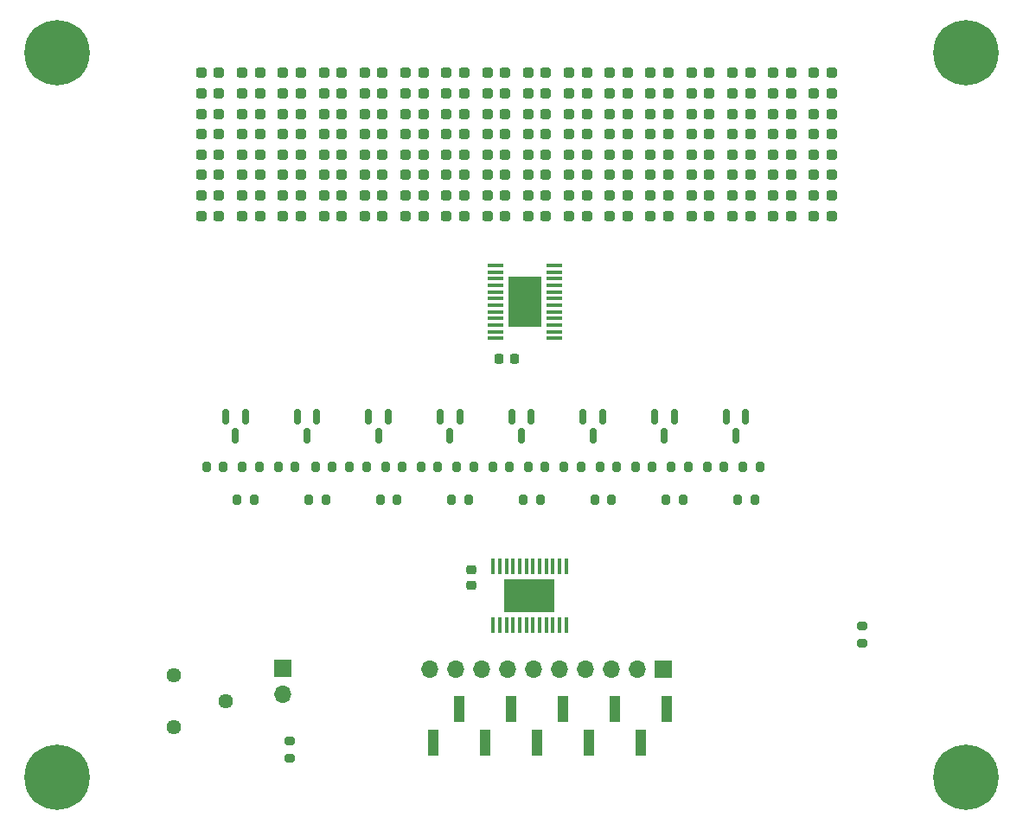
<source format=gbr>
%TF.GenerationSoftware,KiCad,Pcbnew,8.0.6*%
%TF.CreationDate,2024-11-26T09:23:39+00:00*%
%TF.ProjectId,stp16cp05_led_matrix_8x16_breakout_m0805,73747031-3663-4703-9035-5f6c65645f6d,v03*%
%TF.SameCoordinates,Original*%
%TF.FileFunction,Soldermask,Top*%
%TF.FilePolarity,Negative*%
%FSLAX46Y46*%
G04 Gerber Fmt 4.6, Leading zero omitted, Abs format (unit mm)*
G04 Created by KiCad (PCBNEW 8.0.6) date 2024-11-26 09:23:39*
%MOMM*%
%LPD*%
G01*
G04 APERTURE LIST*
G04 Aperture macros list*
%AMRoundRect*
0 Rectangle with rounded corners*
0 $1 Rounding radius*
0 $2 $3 $4 $5 $6 $7 $8 $9 X,Y pos of 4 corners*
0 Add a 4 corners polygon primitive as box body*
4,1,4,$2,$3,$4,$5,$6,$7,$8,$9,$2,$3,0*
0 Add four circle primitives for the rounded corners*
1,1,$1+$1,$2,$3*
1,1,$1+$1,$4,$5*
1,1,$1+$1,$6,$7*
1,1,$1+$1,$8,$9*
0 Add four rect primitives between the rounded corners*
20,1,$1+$1,$2,$3,$4,$5,0*
20,1,$1+$1,$4,$5,$6,$7,0*
20,1,$1+$1,$6,$7,$8,$9,0*
20,1,$1+$1,$8,$9,$2,$3,0*%
G04 Aperture macros list end*
%ADD10RoundRect,0.237500X0.287500X0.237500X-0.287500X0.237500X-0.287500X-0.237500X0.287500X-0.237500X0*%
%ADD11RoundRect,0.150000X-0.150000X0.587500X-0.150000X-0.587500X0.150000X-0.587500X0.150000X0.587500X0*%
%ADD12RoundRect,0.200000X-0.275000X0.200000X-0.275000X-0.200000X0.275000X-0.200000X0.275000X0.200000X0*%
%ADD13R,1.000000X2.510000*%
%ADD14RoundRect,0.200000X0.200000X0.275000X-0.200000X0.275000X-0.200000X-0.275000X0.200000X-0.275000X0*%
%ADD15C,6.400000*%
%ADD16RoundRect,0.200000X-0.200000X-0.275000X0.200000X-0.275000X0.200000X0.275000X-0.200000X0.275000X0*%
%ADD17RoundRect,0.100000X0.675000X0.100000X-0.675000X0.100000X-0.675000X-0.100000X0.675000X-0.100000X0*%
%ADD18R,3.200000X5.000000*%
%ADD19R,1.700000X1.700000*%
%ADD20O,1.700000X1.700000*%
%ADD21RoundRect,0.200000X0.275000X-0.200000X0.275000X0.200000X-0.275000X0.200000X-0.275000X-0.200000X0*%
%ADD22RoundRect,0.100000X0.100000X-0.675000X0.100000X0.675000X-0.100000X0.675000X-0.100000X-0.675000X0*%
%ADD23R,5.000000X3.200000*%
%ADD24C,1.440000*%
%ADD25RoundRect,0.225000X-0.250000X0.225000X-0.250000X-0.225000X0.250000X-0.225000X0.250000X0.225000X0*%
%ADD26RoundRect,0.225000X0.225000X0.250000X-0.225000X0.250000X-0.225000X-0.250000X0.225000X-0.250000X0*%
G04 APERTURE END LIST*
D10*
%TO.C,D701*%
X160874999Y-62000000D03*
X159125001Y-62000000D03*
%TD*%
D11*
%TO.C,Q4*%
X184419999Y-83662501D03*
X182519999Y-83662501D03*
X183469999Y-85537502D03*
%TD*%
D12*
%TO.C,R26*%
X223800000Y-104175000D03*
X223800000Y-105825000D03*
%TD*%
D10*
%TO.C,D206*%
X180874999Y-52000000D03*
X179125001Y-52000000D03*
%TD*%
%TO.C,D408*%
X188874999Y-56000000D03*
X187125001Y-56000000D03*
%TD*%
%TO.C,D302*%
X164874999Y-54000000D03*
X163125001Y-54000000D03*
%TD*%
%TO.C,D212*%
X204874999Y-52000000D03*
X203125001Y-52000000D03*
%TD*%
D13*
%TO.C,J2*%
X204669999Y-112290000D03*
X202129999Y-115600000D03*
X199589999Y-112290000D03*
X197049999Y-115600000D03*
X194509999Y-112290000D03*
X191969999Y-115600000D03*
X189429999Y-112290000D03*
X186889999Y-115600000D03*
X184349999Y-112290000D03*
X181809999Y-115600000D03*
%TD*%
D10*
%TO.C,D406*%
X180874999Y-56000000D03*
X179125001Y-56000000D03*
%TD*%
%TO.C,D312*%
X204874999Y-54000000D03*
X203125001Y-54000000D03*
%TD*%
%TO.C,D511*%
X200874999Y-58000000D03*
X199125001Y-58000000D03*
%TD*%
%TO.C,D115*%
X216874999Y-50000000D03*
X215125001Y-50000000D03*
%TD*%
%TO.C,D215*%
X216874999Y-52000000D03*
X215125001Y-52000000D03*
%TD*%
%TO.C,D401*%
X160874999Y-56000000D03*
X159125001Y-56000000D03*
%TD*%
%TO.C,D311*%
X200874999Y-54000000D03*
X199125001Y-54000000D03*
%TD*%
%TO.C,D810*%
X196874999Y-64000000D03*
X195125001Y-64000000D03*
%TD*%
%TO.C,D214*%
X212874999Y-52000000D03*
X211125001Y-52000000D03*
%TD*%
%TO.C,D605*%
X176874999Y-60000000D03*
X175125001Y-60000000D03*
%TD*%
D14*
%TO.C,R12*%
X185300000Y-91800000D03*
X183650000Y-91800000D03*
%TD*%
D10*
%TO.C,D107*%
X184874999Y-50000000D03*
X183125001Y-50000000D03*
%TD*%
%TO.C,D501*%
X160874999Y-58000000D03*
X159125001Y-58000000D03*
%TD*%
%TO.C,D313*%
X208874999Y-54000000D03*
X207125001Y-54000000D03*
%TD*%
%TO.C,D813*%
X208874999Y-64000000D03*
X207125001Y-64000000D03*
%TD*%
%TO.C,D304*%
X172874999Y-54000000D03*
X171125001Y-54000000D03*
%TD*%
%TO.C,D516*%
X220874999Y-58000000D03*
X219125001Y-58000000D03*
%TD*%
%TO.C,D404*%
X172874999Y-56000000D03*
X171125001Y-56000000D03*
%TD*%
%TO.C,D414*%
X212874999Y-56000000D03*
X211125001Y-56000000D03*
%TD*%
%TO.C,D207*%
X184874999Y-52000000D03*
X183125001Y-52000000D03*
%TD*%
D14*
%TO.C,R6*%
X171300000Y-91800000D03*
X169650000Y-91800000D03*
%TD*%
D10*
%TO.C,D610*%
X196874999Y-60000000D03*
X195125001Y-60000000D03*
%TD*%
%TO.C,D305*%
X176874999Y-54000000D03*
X175125001Y-54000000D03*
%TD*%
%TO.C,D715*%
X216874999Y-62000000D03*
X215125001Y-62000000D03*
%TD*%
%TO.C,D804*%
X172874999Y-64000000D03*
X171125001Y-64000000D03*
%TD*%
%TO.C,D210*%
X196874999Y-52000000D03*
X195125001Y-52000000D03*
%TD*%
%TO.C,D505*%
X176874999Y-58000000D03*
X175125001Y-58000000D03*
%TD*%
D14*
%TO.C,R2*%
X161294999Y-88600001D03*
X159644999Y-88600001D03*
%TD*%
D11*
%TO.C,Q1*%
X163419999Y-83662501D03*
X161519999Y-83662501D03*
X162469999Y-85537502D03*
%TD*%
D15*
%TO.C,H2*%
X234000000Y-48000000D03*
%TD*%
D10*
%TO.C,D510*%
X196874999Y-58000000D03*
X195125001Y-58000000D03*
%TD*%
%TO.C,D101*%
X160874999Y-50000000D03*
X159125001Y-50000000D03*
%TD*%
D16*
%TO.C,R7*%
X177144999Y-88600001D03*
X178794999Y-88600001D03*
%TD*%
D11*
%TO.C,Q8*%
X212419999Y-83662501D03*
X210519999Y-83662501D03*
X211469999Y-85537502D03*
%TD*%
D10*
%TO.C,D405*%
X176874999Y-56000000D03*
X175125001Y-56000000D03*
%TD*%
%TO.C,D316*%
X220874999Y-54000000D03*
X219125001Y-54000000D03*
%TD*%
D17*
%TO.C,U2*%
X193700000Y-76000000D03*
X193700000Y-75350000D03*
X193700000Y-74700000D03*
X193700000Y-74050000D03*
X193700000Y-73400000D03*
X193700000Y-72750000D03*
X193700000Y-72100000D03*
X193700000Y-71450000D03*
X193700000Y-70800000D03*
X193700000Y-70150000D03*
X193700000Y-69500000D03*
X193700000Y-68850000D03*
X187950000Y-68850000D03*
X187950000Y-69500000D03*
X187950000Y-70150000D03*
X187950000Y-70800000D03*
X187950000Y-71450000D03*
X187950000Y-72100000D03*
X187950000Y-72750000D03*
X187950000Y-73400000D03*
X187950000Y-74050000D03*
X187950000Y-74700000D03*
X187950000Y-75350000D03*
X187950000Y-76000000D03*
D18*
X190825000Y-72425000D03*
%TD*%
D14*
%TO.C,R23*%
X210294999Y-88600000D03*
X208644999Y-88600000D03*
%TD*%
%TO.C,R15*%
X192300000Y-91800000D03*
X190650000Y-91800000D03*
%TD*%
D10*
%TO.C,D716*%
X220874999Y-62000000D03*
X219125001Y-62000000D03*
%TD*%
%TO.C,D713*%
X208874999Y-62000000D03*
X207125001Y-62000000D03*
%TD*%
%TO.C,D209*%
X192874999Y-52000000D03*
X191125001Y-52000000D03*
%TD*%
%TO.C,D606*%
X180874999Y-60000000D03*
X179125001Y-60000000D03*
%TD*%
%TO.C,D416*%
X220874999Y-56000000D03*
X219125001Y-56000000D03*
%TD*%
%TO.C,D208*%
X188874999Y-52000000D03*
X187125001Y-52000000D03*
%TD*%
D11*
%TO.C,Q3*%
X177419999Y-83662501D03*
X175519999Y-83662501D03*
X176469999Y-85537502D03*
%TD*%
D10*
%TO.C,D504*%
X172874999Y-58000000D03*
X171125001Y-58000000D03*
%TD*%
D14*
%TO.C,R18*%
X199300000Y-91800000D03*
X197650000Y-91800000D03*
%TD*%
D10*
%TO.C,D310*%
X196874999Y-54000000D03*
X195125001Y-54000000D03*
%TD*%
%TO.C,D509*%
X192874999Y-58000000D03*
X191125001Y-58000000D03*
%TD*%
%TO.C,D410*%
X196874999Y-56000000D03*
X195125001Y-56000000D03*
%TD*%
D14*
%TO.C,R21*%
X206300000Y-91800000D03*
X204650000Y-91800000D03*
%TD*%
D16*
%TO.C,R13*%
X191144999Y-88600001D03*
X192794999Y-88600001D03*
%TD*%
D10*
%TO.C,D604*%
X172874999Y-60000000D03*
X171125001Y-60000000D03*
%TD*%
%TO.C,D602*%
X164874999Y-60000000D03*
X163125001Y-60000000D03*
%TD*%
%TO.C,D612*%
X204874999Y-60000000D03*
X203125001Y-60000000D03*
%TD*%
%TO.C,D603*%
X168874999Y-60000000D03*
X167125001Y-60000000D03*
%TD*%
D14*
%TO.C,R17*%
X196295000Y-88600001D03*
X194645000Y-88600001D03*
%TD*%
D15*
%TO.C,H4*%
X234000000Y-119000000D03*
%TD*%
D14*
%TO.C,R9*%
X178300000Y-91800000D03*
X176650000Y-91800000D03*
%TD*%
D10*
%TO.C,D211*%
X200874999Y-52000000D03*
X199125001Y-52000000D03*
%TD*%
%TO.C,D201*%
X160874999Y-52000000D03*
X159125001Y-52000000D03*
%TD*%
%TO.C,D816*%
X220874999Y-64000000D03*
X219125001Y-64000000D03*
%TD*%
%TO.C,D507*%
X184874999Y-58000000D03*
X183125001Y-58000000D03*
%TD*%
%TO.C,D508*%
X188874999Y-58000000D03*
X187125001Y-58000000D03*
%TD*%
%TO.C,D512*%
X204874999Y-58000000D03*
X203125001Y-58000000D03*
%TD*%
%TO.C,D802*%
X164874999Y-64000000D03*
X163125001Y-64000000D03*
%TD*%
%TO.C,D105*%
X176874999Y-50000000D03*
X175125001Y-50000000D03*
%TD*%
D14*
%TO.C,R24*%
X213300000Y-91800000D03*
X211650000Y-91800000D03*
%TD*%
D19*
%TO.C,J1*%
X204320000Y-108400000D03*
D20*
X201780000Y-108400000D03*
X199240001Y-108400000D03*
X196700000Y-108400000D03*
X194160000Y-108400000D03*
X191620000Y-108400000D03*
X189080000Y-108400000D03*
X186539999Y-108400000D03*
X184000000Y-108400000D03*
X181460000Y-108400000D03*
%TD*%
D11*
%TO.C,Q6*%
X198419999Y-83662501D03*
X196519999Y-83662501D03*
X197469999Y-85537502D03*
%TD*%
D10*
%TO.C,D710*%
X196874999Y-62000000D03*
X195125001Y-62000000D03*
%TD*%
%TO.C,D712*%
X204874999Y-62000000D03*
X203125001Y-62000000D03*
%TD*%
%TO.C,D102*%
X164874999Y-50000000D03*
X163125001Y-50000000D03*
%TD*%
%TO.C,D709*%
X192874999Y-62000000D03*
X191125001Y-62000000D03*
%TD*%
D16*
%TO.C,R10*%
X184144999Y-88600000D03*
X185794999Y-88600000D03*
%TD*%
D10*
%TO.C,D811*%
X200874999Y-64000000D03*
X199125001Y-64000000D03*
%TD*%
%TO.C,D711*%
X200874999Y-62000000D03*
X199125001Y-62000000D03*
%TD*%
%TO.C,D106*%
X180874999Y-50000000D03*
X179125001Y-50000000D03*
%TD*%
%TO.C,D616*%
X220874999Y-60000000D03*
X219125001Y-60000000D03*
%TD*%
%TO.C,D705*%
X176874999Y-62000000D03*
X175125001Y-62000000D03*
%TD*%
%TO.C,D614*%
X212874999Y-60000000D03*
X211125001Y-60000000D03*
%TD*%
%TO.C,D608*%
X188874999Y-60000000D03*
X187125001Y-60000000D03*
%TD*%
%TO.C,D306*%
X180874999Y-54000000D03*
X179125001Y-54000000D03*
%TD*%
%TO.C,D613*%
X208874999Y-60000000D03*
X207125001Y-60000000D03*
%TD*%
%TO.C,D812*%
X204874999Y-64000000D03*
X203125001Y-64000000D03*
%TD*%
%TO.C,D213*%
X208874999Y-52000000D03*
X207125001Y-52000000D03*
%TD*%
%TO.C,D112*%
X204874999Y-50000000D03*
X203125001Y-50000000D03*
%TD*%
%TO.C,D111*%
X200874999Y-50000000D03*
X199125001Y-50000000D03*
%TD*%
%TO.C,D502*%
X164874999Y-58000000D03*
X163125001Y-58000000D03*
%TD*%
%TO.C,D815*%
X216874999Y-64000000D03*
X215125001Y-64000000D03*
%TD*%
%TO.C,D411*%
X200874999Y-56000000D03*
X199125001Y-56000000D03*
%TD*%
D21*
%TO.C,R25*%
X167800000Y-117100000D03*
X167800000Y-115450000D03*
%TD*%
D10*
%TO.C,D506*%
X180874999Y-58000000D03*
X179125001Y-58000000D03*
%TD*%
D14*
%TO.C,R11*%
X182294999Y-88600001D03*
X180644999Y-88600001D03*
%TD*%
%TO.C,R14*%
X189294999Y-88600001D03*
X187644999Y-88600001D03*
%TD*%
D10*
%TO.C,D314*%
X212874999Y-54000000D03*
X211125001Y-54000000D03*
%TD*%
%TO.C,D611*%
X200874999Y-60000000D03*
X199125001Y-60000000D03*
%TD*%
%TO.C,D702*%
X164874999Y-62000000D03*
X163125001Y-62000000D03*
%TD*%
%TO.C,D415*%
X216874999Y-56000000D03*
X215125001Y-56000000D03*
%TD*%
D14*
%TO.C,R20*%
X203294999Y-88600001D03*
X201644999Y-88600001D03*
%TD*%
D10*
%TO.C,D714*%
X212874999Y-62000000D03*
X211125001Y-62000000D03*
%TD*%
%TO.C,D307*%
X184874999Y-54000000D03*
X183125001Y-54000000D03*
%TD*%
%TO.C,D615*%
X216874999Y-60000000D03*
X215125001Y-60000000D03*
%TD*%
D22*
%TO.C,U1*%
X187694999Y-104075000D03*
X188344999Y-104075000D03*
X188994999Y-104075000D03*
X189644998Y-104075000D03*
X190294999Y-104075000D03*
X190944999Y-104075000D03*
X191594999Y-104075000D03*
X192244999Y-104075000D03*
X192895000Y-104075000D03*
X193544999Y-104075000D03*
X194194999Y-104075000D03*
X194844999Y-104075000D03*
X194844999Y-98325000D03*
X194194999Y-98325000D03*
X193544999Y-98325000D03*
X192895000Y-98325000D03*
X192244999Y-98325000D03*
X191594999Y-98325000D03*
X190944999Y-98325000D03*
X190294999Y-98325000D03*
X189644998Y-98325000D03*
X188994999Y-98325000D03*
X188344999Y-98325000D03*
X187694999Y-98325000D03*
D23*
X191269999Y-101200000D03*
%TD*%
D10*
%TO.C,D203*%
X168874999Y-52000000D03*
X167125001Y-52000000D03*
%TD*%
D14*
%TO.C,R8*%
X175294999Y-88600001D03*
X173644999Y-88600001D03*
%TD*%
D10*
%TO.C,D108*%
X188874999Y-50000000D03*
X187125001Y-50000000D03*
%TD*%
D16*
%TO.C,R22*%
X212144999Y-88600001D03*
X213794999Y-88600001D03*
%TD*%
D10*
%TO.C,D315*%
X216874999Y-54000000D03*
X215125001Y-54000000D03*
%TD*%
%TO.C,D303*%
X168874999Y-54000000D03*
X167125001Y-54000000D03*
%TD*%
D14*
%TO.C,R3*%
X164300000Y-91800000D03*
X162650000Y-91800000D03*
%TD*%
D10*
%TO.C,D409*%
X192874999Y-56000000D03*
X191125001Y-56000000D03*
%TD*%
%TO.C,D805*%
X176874999Y-64000000D03*
X175125001Y-64000000D03*
%TD*%
%TO.C,D301*%
X160874999Y-54000000D03*
X159125001Y-54000000D03*
%TD*%
%TO.C,D109*%
X192874999Y-50000000D03*
X191125001Y-50000000D03*
%TD*%
D14*
%TO.C,R5*%
X168294999Y-88600001D03*
X166644999Y-88600001D03*
%TD*%
D10*
%TO.C,D707*%
X184874999Y-62000000D03*
X183125001Y-62000000D03*
%TD*%
D24*
%TO.C,RV1*%
X156420000Y-114040000D03*
X161500000Y-111500000D03*
X156420000Y-108960000D03*
%TD*%
D10*
%TO.C,D308*%
X188874999Y-54000000D03*
X187125001Y-54000000D03*
%TD*%
%TO.C,D808*%
X188874999Y-64000000D03*
X187125001Y-64000000D03*
%TD*%
D16*
%TO.C,R1*%
X163144999Y-88600001D03*
X164794999Y-88600001D03*
%TD*%
D10*
%TO.C,D609*%
X192874999Y-60000000D03*
X191125001Y-60000000D03*
%TD*%
%TO.C,D514*%
X212874999Y-58000000D03*
X211125001Y-58000000D03*
%TD*%
%TO.C,D807*%
X184874999Y-64000000D03*
X183125001Y-64000000D03*
%TD*%
%TO.C,D607*%
X184874999Y-60000000D03*
X183125001Y-60000000D03*
%TD*%
%TO.C,D205*%
X176874999Y-52000000D03*
X175125001Y-52000000D03*
%TD*%
%TO.C,D202*%
X164874999Y-52000000D03*
X163125001Y-52000000D03*
%TD*%
%TO.C,D402*%
X164874999Y-56000000D03*
X163125001Y-56000000D03*
%TD*%
D16*
%TO.C,R19*%
X205144999Y-88600001D03*
X206794999Y-88600001D03*
%TD*%
D10*
%TO.C,D114*%
X212874999Y-50000000D03*
X211125001Y-50000000D03*
%TD*%
D19*
%TO.C,JP1*%
X167100000Y-108300000D03*
D20*
X167100000Y-110840000D03*
%TD*%
D25*
%TO.C,C2*%
X185600000Y-98625000D03*
X185600000Y-100175000D03*
%TD*%
D10*
%TO.C,D309*%
X192874999Y-54000000D03*
X191125001Y-54000000D03*
%TD*%
%TO.C,D809*%
X192874999Y-64000000D03*
X191125001Y-64000000D03*
%TD*%
%TO.C,D801*%
X160874999Y-64000000D03*
X159125001Y-64000000D03*
%TD*%
D15*
%TO.C,H1*%
X145000000Y-48000000D03*
%TD*%
D10*
%TO.C,D413*%
X208874999Y-56000000D03*
X207125001Y-56000000D03*
%TD*%
%TO.C,D803*%
X168874999Y-64000000D03*
X167125001Y-64000000D03*
%TD*%
%TO.C,D513*%
X208874999Y-58000000D03*
X207125001Y-58000000D03*
%TD*%
%TO.C,D703*%
X168874999Y-62000000D03*
X167125001Y-62000000D03*
%TD*%
D15*
%TO.C,H3*%
X145000000Y-119000000D03*
%TD*%
D10*
%TO.C,D706*%
X180874999Y-62000000D03*
X179125001Y-62000000D03*
%TD*%
%TO.C,D601*%
X160874999Y-60000000D03*
X159125001Y-60000000D03*
%TD*%
%TO.C,D708*%
X188874999Y-62000000D03*
X187125001Y-62000000D03*
%TD*%
%TO.C,D515*%
X216874999Y-58000000D03*
X215125001Y-58000000D03*
%TD*%
%TO.C,D704*%
X172874999Y-62000000D03*
X171125001Y-62000000D03*
%TD*%
%TO.C,D806*%
X180874999Y-64000000D03*
X179125001Y-64000000D03*
%TD*%
D16*
%TO.C,R4*%
X170315000Y-88600001D03*
X171965000Y-88600001D03*
%TD*%
D11*
%TO.C,Q7*%
X205419999Y-83662501D03*
X203519999Y-83662501D03*
X204469999Y-85537502D03*
%TD*%
D16*
%TO.C,R16*%
X198144998Y-88600001D03*
X199794998Y-88600001D03*
%TD*%
D10*
%TO.C,D104*%
X172874999Y-50000000D03*
X171125001Y-50000000D03*
%TD*%
%TO.C,D407*%
X184874999Y-56000000D03*
X183125001Y-56000000D03*
%TD*%
%TO.C,D103*%
X168874999Y-50000000D03*
X167125001Y-50000000D03*
%TD*%
%TO.C,D403*%
X168874999Y-56000000D03*
X167125001Y-56000000D03*
%TD*%
%TO.C,D116*%
X220874999Y-50000000D03*
X219125001Y-50000000D03*
%TD*%
%TO.C,D216*%
X220874999Y-52000000D03*
X219125001Y-52000000D03*
%TD*%
%TO.C,D204*%
X172874999Y-52000000D03*
X171125001Y-52000000D03*
%TD*%
%TO.C,D412*%
X204874999Y-56000000D03*
X203125001Y-56000000D03*
%TD*%
%TO.C,D113*%
X208874999Y-50000000D03*
X207125001Y-50000000D03*
%TD*%
D11*
%TO.C,Q2*%
X170419999Y-83662501D03*
X168519999Y-83662501D03*
X169469999Y-85537502D03*
%TD*%
D10*
%TO.C,D503*%
X168874999Y-58000000D03*
X167125001Y-58000000D03*
%TD*%
D26*
%TO.C,C3*%
X189800000Y-78000000D03*
X188250000Y-78000000D03*
%TD*%
D10*
%TO.C,D110*%
X196874999Y-50000000D03*
X195125001Y-50000000D03*
%TD*%
D11*
%TO.C,Q5*%
X191419999Y-83662501D03*
X189519999Y-83662501D03*
X190469999Y-85537502D03*
%TD*%
D10*
%TO.C,D814*%
X212874999Y-64000000D03*
X211125001Y-64000000D03*
%TD*%
M02*

</source>
